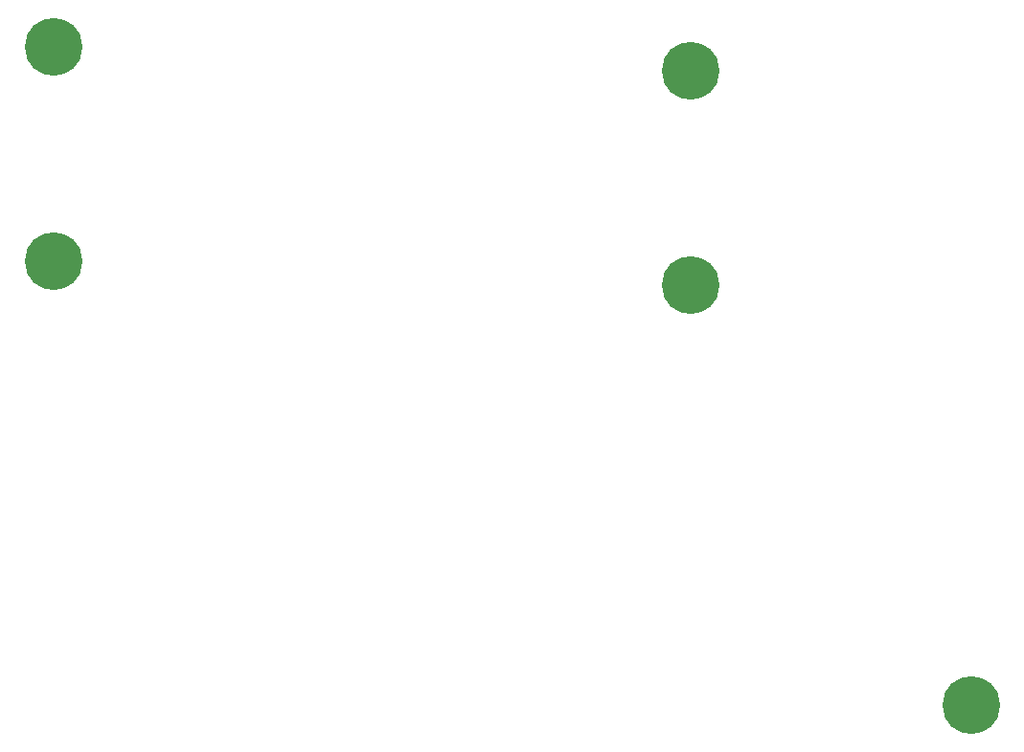
<source format=gbr>
%TF.GenerationSoftware,KiCad,Pcbnew,8.0.3*%
%TF.CreationDate,2024-07-17T09:40:22+02:00*%
%TF.ProjectId,top_plate,746f705f-706c-4617-9465-2e6b69636164,rev?*%
%TF.SameCoordinates,Original*%
%TF.FileFunction,Copper,L1,Top*%
%TF.FilePolarity,Positive*%
%FSLAX46Y46*%
G04 Gerber Fmt 4.6, Leading zero omitted, Abs format (unit mm)*
G04 Created by KiCad (PCBNEW 8.0.3) date 2024-07-17 09:40:22*
%MOMM*%
%LPD*%
G01*
G04 APERTURE LIST*
%TA.AperFunction,ComponentPad*%
%ADD10C,5.100000*%
%TD*%
G04 APERTURE END LIST*
D10*
%TO.P,H1,*%
%TO.N,*%
X37166667Y-39186667D03*
%TD*%
%TO.P,H2,*%
%TO.N,*%
X37166667Y-58186667D03*
%TD*%
%TO.P,H3,*%
%TO.N,*%
X93500000Y-41315000D03*
%TD*%
%TO.P,H4,*%
%TO.N,*%
X93500000Y-60315000D03*
%TD*%
%TO.P,H5,*%
%TO.N,*%
X118302667Y-97476630D03*
%TD*%
M02*

</source>
